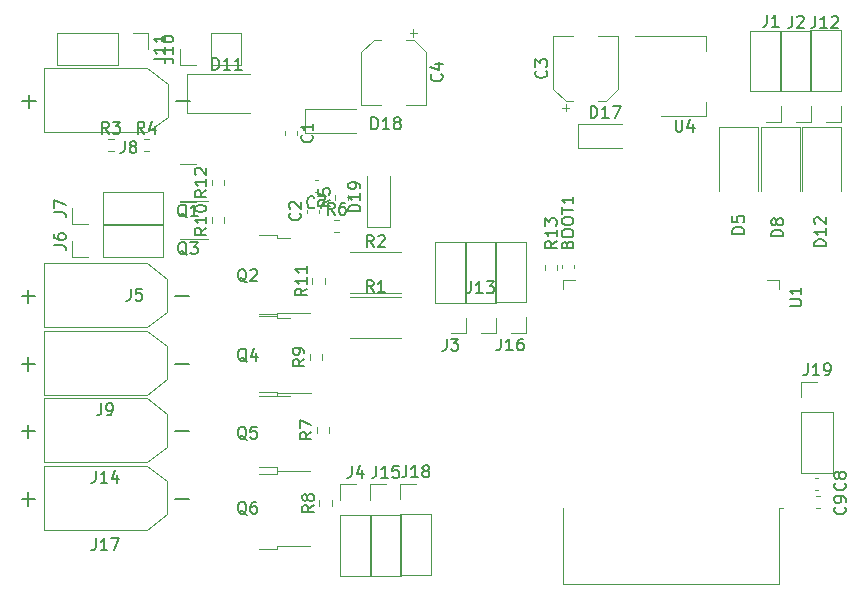
<source format=gbr>
%TF.GenerationSoftware,KiCad,Pcbnew,(6.0.9)*%
%TF.CreationDate,2023-01-31T13:38:18+01:00*%
%TF.ProjectId,jf-ecu32,6a662d65-6375-4333-922e-6b696361645f,rev?*%
%TF.SameCoordinates,Original*%
%TF.FileFunction,Legend,Top*%
%TF.FilePolarity,Positive*%
%FSLAX46Y46*%
G04 Gerber Fmt 4.6, Leading zero omitted, Abs format (unit mm)*
G04 Created by KiCad (PCBNEW (6.0.9)) date 2023-01-31 13:38:18*
%MOMM*%
%LPD*%
G01*
G04 APERTURE LIST*
%ADD10C,0.150000*%
%ADD11C,0.120000*%
G04 APERTURE END LIST*
D10*
%TO.C,D17*%
X61396714Y-158980380D02*
X61396714Y-157980380D01*
X61634809Y-157980380D01*
X61777666Y-158028000D01*
X61872904Y-158123238D01*
X61920523Y-158218476D01*
X61968142Y-158408952D01*
X61968142Y-158551809D01*
X61920523Y-158742285D01*
X61872904Y-158837523D01*
X61777666Y-158932761D01*
X61634809Y-158980380D01*
X61396714Y-158980380D01*
X62920523Y-158980380D02*
X62349095Y-158980380D01*
X62634809Y-158980380D02*
X62634809Y-157980380D01*
X62539571Y-158123238D01*
X62444333Y-158218476D01*
X62349095Y-158266095D01*
X63253857Y-157980380D02*
X63920523Y-157980380D01*
X63491952Y-158980380D01*
%TO.C,C9*%
X82907142Y-191936666D02*
X82954761Y-191984285D01*
X83002380Y-192127142D01*
X83002380Y-192222380D01*
X82954761Y-192365238D01*
X82859523Y-192460476D01*
X82764285Y-192508095D01*
X82573809Y-192555714D01*
X82430952Y-192555714D01*
X82240476Y-192508095D01*
X82145238Y-192460476D01*
X82050000Y-192365238D01*
X82002380Y-192222380D01*
X82002380Y-192127142D01*
X82050000Y-191984285D01*
X82097619Y-191936666D01*
X83002380Y-191460476D02*
X83002380Y-191270000D01*
X82954761Y-191174761D01*
X82907142Y-191127142D01*
X82764285Y-191031904D01*
X82573809Y-190984285D01*
X82192857Y-190984285D01*
X82097619Y-191031904D01*
X82050000Y-191079523D01*
X82002380Y-191174761D01*
X82002380Y-191365238D01*
X82050000Y-191460476D01*
X82097619Y-191508095D01*
X82192857Y-191555714D01*
X82430952Y-191555714D01*
X82526190Y-191508095D01*
X82573809Y-191460476D01*
X82621428Y-191365238D01*
X82621428Y-191174761D01*
X82573809Y-191079523D01*
X82526190Y-191031904D01*
X82430952Y-190984285D01*
%TO.C,C8*%
X82907142Y-189904666D02*
X82954761Y-189952285D01*
X83002380Y-190095142D01*
X83002380Y-190190380D01*
X82954761Y-190333238D01*
X82859523Y-190428476D01*
X82764285Y-190476095D01*
X82573809Y-190523714D01*
X82430952Y-190523714D01*
X82240476Y-190476095D01*
X82145238Y-190428476D01*
X82050000Y-190333238D01*
X82002380Y-190190380D01*
X82002380Y-190095142D01*
X82050000Y-189952285D01*
X82097619Y-189904666D01*
X82430952Y-189333238D02*
X82383333Y-189428476D01*
X82335714Y-189476095D01*
X82240476Y-189523714D01*
X82192857Y-189523714D01*
X82097619Y-189476095D01*
X82050000Y-189428476D01*
X82002380Y-189333238D01*
X82002380Y-189142761D01*
X82050000Y-189047523D01*
X82097619Y-188999904D01*
X82192857Y-188952285D01*
X82240476Y-188952285D01*
X82335714Y-188999904D01*
X82383333Y-189047523D01*
X82430952Y-189142761D01*
X82430952Y-189333238D01*
X82478571Y-189428476D01*
X82526190Y-189476095D01*
X82621428Y-189523714D01*
X82811904Y-189523714D01*
X82907142Y-189476095D01*
X82954761Y-189428476D01*
X83002380Y-189333238D01*
X83002380Y-189142761D01*
X82954761Y-189047523D01*
X82907142Y-188999904D01*
X82811904Y-188952285D01*
X82621428Y-188952285D01*
X82526190Y-188999904D01*
X82478571Y-189047523D01*
X82430952Y-189142761D01*
%TO.C,Q5*%
X32254761Y-186222619D02*
X32159523Y-186175000D01*
X32064285Y-186079761D01*
X31921428Y-185936904D01*
X31826190Y-185889285D01*
X31730952Y-185889285D01*
X31778571Y-186127380D02*
X31683333Y-186079761D01*
X31588095Y-185984523D01*
X31540476Y-185794047D01*
X31540476Y-185460714D01*
X31588095Y-185270238D01*
X31683333Y-185175000D01*
X31778571Y-185127380D01*
X31969047Y-185127380D01*
X32064285Y-185175000D01*
X32159523Y-185270238D01*
X32207142Y-185460714D01*
X32207142Y-185794047D01*
X32159523Y-185984523D01*
X32064285Y-186079761D01*
X31969047Y-186127380D01*
X31778571Y-186127380D01*
X33111904Y-185127380D02*
X32635714Y-185127380D01*
X32588095Y-185603571D01*
X32635714Y-185555952D01*
X32730952Y-185508333D01*
X32969047Y-185508333D01*
X33064285Y-185555952D01*
X33111904Y-185603571D01*
X33159523Y-185698809D01*
X33159523Y-185936904D01*
X33111904Y-186032142D01*
X33064285Y-186079761D01*
X32969047Y-186127380D01*
X32730952Y-186127380D01*
X32635714Y-186079761D01*
X32588095Y-186032142D01*
%TO.C,Q6*%
X32254761Y-192572619D02*
X32159523Y-192525000D01*
X32064285Y-192429761D01*
X31921428Y-192286904D01*
X31826190Y-192239285D01*
X31730952Y-192239285D01*
X31778571Y-192477380D02*
X31683333Y-192429761D01*
X31588095Y-192334523D01*
X31540476Y-192144047D01*
X31540476Y-191810714D01*
X31588095Y-191620238D01*
X31683333Y-191525000D01*
X31778571Y-191477380D01*
X31969047Y-191477380D01*
X32064285Y-191525000D01*
X32159523Y-191620238D01*
X32207142Y-191810714D01*
X32207142Y-192144047D01*
X32159523Y-192334523D01*
X32064285Y-192429761D01*
X31969047Y-192477380D01*
X31778571Y-192477380D01*
X33064285Y-191477380D02*
X32873809Y-191477380D01*
X32778571Y-191525000D01*
X32730952Y-191572619D01*
X32635714Y-191715476D01*
X32588095Y-191905952D01*
X32588095Y-192286904D01*
X32635714Y-192382142D01*
X32683333Y-192429761D01*
X32778571Y-192477380D01*
X32969047Y-192477380D01*
X33064285Y-192429761D01*
X33111904Y-192382142D01*
X33159523Y-192286904D01*
X33159523Y-192048809D01*
X33111904Y-191953571D01*
X33064285Y-191905952D01*
X32969047Y-191858333D01*
X32778571Y-191858333D01*
X32683333Y-191905952D01*
X32635714Y-191953571D01*
X32588095Y-192048809D01*
%TO.C,R4*%
X23608333Y-160312380D02*
X23275000Y-159836190D01*
X23036904Y-160312380D02*
X23036904Y-159312380D01*
X23417857Y-159312380D01*
X23513095Y-159360000D01*
X23560714Y-159407619D01*
X23608333Y-159502857D01*
X23608333Y-159645714D01*
X23560714Y-159740952D01*
X23513095Y-159788571D01*
X23417857Y-159836190D01*
X23036904Y-159836190D01*
X24465476Y-159645714D02*
X24465476Y-160312380D01*
X24227380Y-159264761D02*
X23989285Y-159979047D01*
X24608333Y-159979047D01*
%TO.C,C2*%
X36773142Y-167044666D02*
X36820761Y-167092285D01*
X36868380Y-167235142D01*
X36868380Y-167330380D01*
X36820761Y-167473238D01*
X36725523Y-167568476D01*
X36630285Y-167616095D01*
X36439809Y-167663714D01*
X36296952Y-167663714D01*
X36106476Y-167616095D01*
X36011238Y-167568476D01*
X35916000Y-167473238D01*
X35868380Y-167330380D01*
X35868380Y-167235142D01*
X35916000Y-167092285D01*
X35963619Y-167044666D01*
X35963619Y-166663714D02*
X35916000Y-166616095D01*
X35868380Y-166520857D01*
X35868380Y-166282761D01*
X35916000Y-166187523D01*
X35963619Y-166139904D01*
X36058857Y-166092285D01*
X36154095Y-166092285D01*
X36296952Y-166139904D01*
X36868380Y-166711333D01*
X36868380Y-166092285D01*
%TO.C,BOOT1*%
X59415371Y-169701933D02*
X59462990Y-169559076D01*
X59510609Y-169511457D01*
X59605847Y-169463838D01*
X59748704Y-169463838D01*
X59843942Y-169511457D01*
X59891561Y-169559076D01*
X59939180Y-169654314D01*
X59939180Y-170035266D01*
X58939180Y-170035266D01*
X58939180Y-169701933D01*
X58986800Y-169606695D01*
X59034419Y-169559076D01*
X59129657Y-169511457D01*
X59224895Y-169511457D01*
X59320133Y-169559076D01*
X59367752Y-169606695D01*
X59415371Y-169701933D01*
X59415371Y-170035266D01*
X58939180Y-168844790D02*
X58939180Y-168654314D01*
X58986800Y-168559076D01*
X59082038Y-168463838D01*
X59272514Y-168416219D01*
X59605847Y-168416219D01*
X59796323Y-168463838D01*
X59891561Y-168559076D01*
X59939180Y-168654314D01*
X59939180Y-168844790D01*
X59891561Y-168940028D01*
X59796323Y-169035266D01*
X59605847Y-169082885D01*
X59272514Y-169082885D01*
X59082038Y-169035266D01*
X58986800Y-168940028D01*
X58939180Y-168844790D01*
X58939180Y-167797171D02*
X58939180Y-167606695D01*
X58986800Y-167511457D01*
X59082038Y-167416219D01*
X59272514Y-167368600D01*
X59605847Y-167368600D01*
X59796323Y-167416219D01*
X59891561Y-167511457D01*
X59939180Y-167606695D01*
X59939180Y-167797171D01*
X59891561Y-167892409D01*
X59796323Y-167987647D01*
X59605847Y-168035266D01*
X59272514Y-168035266D01*
X59082038Y-167987647D01*
X58986800Y-167892409D01*
X58939180Y-167797171D01*
X58939180Y-167082885D02*
X58939180Y-166511457D01*
X59939180Y-166797171D02*
X58939180Y-166797171D01*
X59939180Y-165654314D02*
X59939180Y-166225742D01*
X59939180Y-165940028D02*
X58939180Y-165940028D01*
X59082038Y-166035266D01*
X59177276Y-166130504D01*
X59224895Y-166225742D01*
%TO.C,C7*%
X37996533Y-166531542D02*
X37948914Y-166579161D01*
X37806057Y-166626780D01*
X37710819Y-166626780D01*
X37567961Y-166579161D01*
X37472723Y-166483923D01*
X37425104Y-166388685D01*
X37377485Y-166198209D01*
X37377485Y-166055352D01*
X37425104Y-165864876D01*
X37472723Y-165769638D01*
X37567961Y-165674400D01*
X37710819Y-165626780D01*
X37806057Y-165626780D01*
X37948914Y-165674400D01*
X37996533Y-165722019D01*
X38329866Y-165626780D02*
X38996533Y-165626780D01*
X38567961Y-166626780D01*
%TO.C,C4*%
X48761142Y-155274666D02*
X48808761Y-155322285D01*
X48856380Y-155465142D01*
X48856380Y-155560380D01*
X48808761Y-155703238D01*
X48713523Y-155798476D01*
X48618285Y-155846095D01*
X48427809Y-155893714D01*
X48284952Y-155893714D01*
X48094476Y-155846095D01*
X47999238Y-155798476D01*
X47904000Y-155703238D01*
X47856380Y-155560380D01*
X47856380Y-155465142D01*
X47904000Y-155322285D01*
X47951619Y-155274666D01*
X48189714Y-154417523D02*
X48856380Y-154417523D01*
X47808761Y-154655619D02*
X48523047Y-154893714D01*
X48523047Y-154274666D01*
%TO.C,J16*%
X53800476Y-177662380D02*
X53800476Y-178376666D01*
X53752857Y-178519523D01*
X53657619Y-178614761D01*
X53514761Y-178662380D01*
X53419523Y-178662380D01*
X54800476Y-178662380D02*
X54229047Y-178662380D01*
X54514761Y-178662380D02*
X54514761Y-177662380D01*
X54419523Y-177805238D01*
X54324285Y-177900476D01*
X54229047Y-177948095D01*
X55657619Y-177662380D02*
X55467142Y-177662380D01*
X55371904Y-177710000D01*
X55324285Y-177757619D01*
X55229047Y-177900476D01*
X55181428Y-178090952D01*
X55181428Y-178471904D01*
X55229047Y-178567142D01*
X55276666Y-178614761D01*
X55371904Y-178662380D01*
X55562380Y-178662380D01*
X55657619Y-178614761D01*
X55705238Y-178567142D01*
X55752857Y-178471904D01*
X55752857Y-178233809D01*
X55705238Y-178138571D01*
X55657619Y-178090952D01*
X55562380Y-178043333D01*
X55371904Y-178043333D01*
X55276666Y-178090952D01*
X55229047Y-178138571D01*
X55181428Y-178233809D01*
%TO.C,J19*%
X79759276Y-179773780D02*
X79759276Y-180488066D01*
X79711657Y-180630923D01*
X79616419Y-180726161D01*
X79473561Y-180773780D01*
X79378323Y-180773780D01*
X80759276Y-180773780D02*
X80187847Y-180773780D01*
X80473561Y-180773780D02*
X80473561Y-179773780D01*
X80378323Y-179916638D01*
X80283085Y-180011876D01*
X80187847Y-180059495D01*
X81235466Y-180773780D02*
X81425942Y-180773780D01*
X81521180Y-180726161D01*
X81568800Y-180678542D01*
X81664038Y-180535685D01*
X81711657Y-180345209D01*
X81711657Y-179964257D01*
X81664038Y-179869019D01*
X81616419Y-179821400D01*
X81521180Y-179773780D01*
X81330704Y-179773780D01*
X81235466Y-179821400D01*
X81187847Y-179869019D01*
X81140228Y-179964257D01*
X81140228Y-180202352D01*
X81187847Y-180297590D01*
X81235466Y-180345209D01*
X81330704Y-180392828D01*
X81521180Y-180392828D01*
X81616419Y-180345209D01*
X81664038Y-180297590D01*
X81711657Y-180202352D01*
%TO.C,R3*%
X20598333Y-160312380D02*
X20265000Y-159836190D01*
X20026904Y-160312380D02*
X20026904Y-159312380D01*
X20407857Y-159312380D01*
X20503095Y-159360000D01*
X20550714Y-159407619D01*
X20598333Y-159502857D01*
X20598333Y-159645714D01*
X20550714Y-159740952D01*
X20503095Y-159788571D01*
X20407857Y-159836190D01*
X20026904Y-159836190D01*
X20931666Y-159312380D02*
X21550714Y-159312380D01*
X21217380Y-159693333D01*
X21360238Y-159693333D01*
X21455476Y-159740952D01*
X21503095Y-159788571D01*
X21550714Y-159883809D01*
X21550714Y-160121904D01*
X21503095Y-160217142D01*
X21455476Y-160264761D01*
X21360238Y-160312380D01*
X21074523Y-160312380D01*
X20979285Y-160264761D01*
X20931666Y-160217142D01*
%TO.C,R11*%
X37376380Y-173425857D02*
X36900190Y-173759190D01*
X37376380Y-173997285D02*
X36376380Y-173997285D01*
X36376380Y-173616333D01*
X36424000Y-173521095D01*
X36471619Y-173473476D01*
X36566857Y-173425857D01*
X36709714Y-173425857D01*
X36804952Y-173473476D01*
X36852571Y-173521095D01*
X36900190Y-173616333D01*
X36900190Y-173997285D01*
X37376380Y-172473476D02*
X37376380Y-173044904D01*
X37376380Y-172759190D02*
X36376380Y-172759190D01*
X36519238Y-172854428D01*
X36614476Y-172949666D01*
X36662095Y-173044904D01*
X37376380Y-171521095D02*
X37376380Y-172092523D01*
X37376380Y-171806809D02*
X36376380Y-171806809D01*
X36519238Y-171902047D01*
X36614476Y-171997285D01*
X36662095Y-172092523D01*
%TO.C,J18*%
X45774076Y-188409780D02*
X45774076Y-189124066D01*
X45726457Y-189266923D01*
X45631219Y-189362161D01*
X45488361Y-189409780D01*
X45393123Y-189409780D01*
X46774076Y-189409780D02*
X46202647Y-189409780D01*
X46488361Y-189409780D02*
X46488361Y-188409780D01*
X46393123Y-188552638D01*
X46297885Y-188647876D01*
X46202647Y-188695495D01*
X47345504Y-188838352D02*
X47250266Y-188790733D01*
X47202647Y-188743114D01*
X47155028Y-188647876D01*
X47155028Y-188600257D01*
X47202647Y-188505019D01*
X47250266Y-188457400D01*
X47345504Y-188409780D01*
X47535980Y-188409780D01*
X47631219Y-188457400D01*
X47678838Y-188505019D01*
X47726457Y-188600257D01*
X47726457Y-188647876D01*
X47678838Y-188743114D01*
X47631219Y-188790733D01*
X47535980Y-188838352D01*
X47345504Y-188838352D01*
X47250266Y-188885971D01*
X47202647Y-188933590D01*
X47155028Y-189028828D01*
X47155028Y-189219304D01*
X47202647Y-189314542D01*
X47250266Y-189362161D01*
X47345504Y-189409780D01*
X47535980Y-189409780D01*
X47631219Y-189362161D01*
X47678838Y-189314542D01*
X47726457Y-189219304D01*
X47726457Y-189028828D01*
X47678838Y-188933590D01*
X47631219Y-188885971D01*
X47535980Y-188838352D01*
%TO.C,J7*%
X15933380Y-166957333D02*
X16647666Y-166957333D01*
X16790523Y-167004952D01*
X16885761Y-167100190D01*
X16933380Y-167243047D01*
X16933380Y-167338285D01*
X15933380Y-166576380D02*
X15933380Y-165909714D01*
X16933380Y-166338285D01*
%TO.C,D12*%
X81325980Y-169844885D02*
X80325980Y-169844885D01*
X80325980Y-169606790D01*
X80373600Y-169463933D01*
X80468838Y-169368695D01*
X80564076Y-169321076D01*
X80754552Y-169273457D01*
X80897409Y-169273457D01*
X81087885Y-169321076D01*
X81183123Y-169368695D01*
X81278361Y-169463933D01*
X81325980Y-169606790D01*
X81325980Y-169844885D01*
X81325980Y-168321076D02*
X81325980Y-168892504D01*
X81325980Y-168606790D02*
X80325980Y-168606790D01*
X80468838Y-168702028D01*
X80564076Y-168797266D01*
X80611695Y-168892504D01*
X80421219Y-167940123D02*
X80373600Y-167892504D01*
X80325980Y-167797266D01*
X80325980Y-167559171D01*
X80373600Y-167463933D01*
X80421219Y-167416314D01*
X80516457Y-167368695D01*
X80611695Y-167368695D01*
X80754552Y-167416314D01*
X81325980Y-167987742D01*
X81325980Y-167368695D01*
%TO.C,J4*%
X41170266Y-188439780D02*
X41170266Y-189154066D01*
X41122647Y-189296923D01*
X41027409Y-189392161D01*
X40884552Y-189439780D01*
X40789314Y-189439780D01*
X42075028Y-188773114D02*
X42075028Y-189439780D01*
X41836933Y-188392161D02*
X41598838Y-189106447D01*
X42217885Y-189106447D01*
%TO.C,J15*%
X43234076Y-188439780D02*
X43234076Y-189154066D01*
X43186457Y-189296923D01*
X43091219Y-189392161D01*
X42948361Y-189439780D01*
X42853123Y-189439780D01*
X44234076Y-189439780D02*
X43662647Y-189439780D01*
X43948361Y-189439780D02*
X43948361Y-188439780D01*
X43853123Y-188582638D01*
X43757885Y-188677876D01*
X43662647Y-188725495D01*
X45138838Y-188439780D02*
X44662647Y-188439780D01*
X44615028Y-188915971D01*
X44662647Y-188868352D01*
X44757885Y-188820733D01*
X44995980Y-188820733D01*
X45091219Y-188868352D01*
X45138838Y-188915971D01*
X45186457Y-189011209D01*
X45186457Y-189249304D01*
X45138838Y-189344542D01*
X45091219Y-189392161D01*
X44995980Y-189439780D01*
X44757885Y-189439780D01*
X44662647Y-189392161D01*
X44615028Y-189344542D01*
%TO.C,J10*%
X25062380Y-153971523D02*
X25776666Y-153971523D01*
X25919523Y-154019142D01*
X26014761Y-154114380D01*
X26062380Y-154257238D01*
X26062380Y-154352476D01*
X26062380Y-152971523D02*
X26062380Y-153542952D01*
X26062380Y-153257238D02*
X25062380Y-153257238D01*
X25205238Y-153352476D01*
X25300476Y-153447714D01*
X25348095Y-153542952D01*
X25062380Y-152352476D02*
X25062380Y-152257238D01*
X25110000Y-152162000D01*
X25157619Y-152114380D01*
X25252857Y-152066761D01*
X25443333Y-152019142D01*
X25681428Y-152019142D01*
X25871904Y-152066761D01*
X25967142Y-152114380D01*
X26014761Y-152162000D01*
X26062380Y-152257238D01*
X26062380Y-152352476D01*
X26014761Y-152447714D01*
X25967142Y-152495333D01*
X25871904Y-152542952D01*
X25681428Y-152590571D01*
X25443333Y-152590571D01*
X25252857Y-152542952D01*
X25157619Y-152495333D01*
X25110000Y-152447714D01*
X25062380Y-152352476D01*
%TO.C,R7*%
X37757380Y-185586666D02*
X37281190Y-185920000D01*
X37757380Y-186158095D02*
X36757380Y-186158095D01*
X36757380Y-185777142D01*
X36805000Y-185681904D01*
X36852619Y-185634285D01*
X36947857Y-185586666D01*
X37090714Y-185586666D01*
X37185952Y-185634285D01*
X37233571Y-185681904D01*
X37281190Y-185777142D01*
X37281190Y-186158095D01*
X36757380Y-185253333D02*
X36757380Y-184586666D01*
X37757380Y-185015238D01*
%TO.C,R12*%
X28867380Y-165107857D02*
X28391190Y-165441190D01*
X28867380Y-165679285D02*
X27867380Y-165679285D01*
X27867380Y-165298333D01*
X27915000Y-165203095D01*
X27962619Y-165155476D01*
X28057857Y-165107857D01*
X28200714Y-165107857D01*
X28295952Y-165155476D01*
X28343571Y-165203095D01*
X28391190Y-165298333D01*
X28391190Y-165679285D01*
X28867380Y-164155476D02*
X28867380Y-164726904D01*
X28867380Y-164441190D02*
X27867380Y-164441190D01*
X28010238Y-164536428D01*
X28105476Y-164631666D01*
X28153095Y-164726904D01*
X27962619Y-163774523D02*
X27915000Y-163726904D01*
X27867380Y-163631666D01*
X27867380Y-163393571D01*
X27915000Y-163298333D01*
X27962619Y-163250714D01*
X28057857Y-163203095D01*
X28153095Y-163203095D01*
X28295952Y-163250714D01*
X28867380Y-163822142D01*
X28867380Y-163203095D01*
%TO.C,J9*%
X19946666Y-183157380D02*
X19946666Y-183871666D01*
X19899047Y-184014523D01*
X19803809Y-184109761D01*
X19660952Y-184157380D01*
X19565714Y-184157380D01*
X20470476Y-184157380D02*
X20660952Y-184157380D01*
X20756190Y-184109761D01*
X20803809Y-184062142D01*
X20899047Y-183919285D01*
X20946666Y-183728809D01*
X20946666Y-183347857D01*
X20899047Y-183252619D01*
X20851428Y-183205000D01*
X20756190Y-183157380D01*
X20565714Y-183157380D01*
X20470476Y-183205000D01*
X20422857Y-183252619D01*
X20375238Y-183347857D01*
X20375238Y-183585952D01*
X20422857Y-183681190D01*
X20470476Y-183728809D01*
X20565714Y-183776428D01*
X20756190Y-183776428D01*
X20851428Y-183728809D01*
X20899047Y-183681190D01*
X20946666Y-183585952D01*
X13208571Y-179812142D02*
X14351428Y-179812142D01*
X13780000Y-180383571D02*
X13780000Y-179240714D01*
X26208571Y-179812142D02*
X27351428Y-179812142D01*
%TO.C,Q4*%
X32289761Y-179617619D02*
X32194523Y-179570000D01*
X32099285Y-179474761D01*
X31956428Y-179331904D01*
X31861190Y-179284285D01*
X31765952Y-179284285D01*
X31813571Y-179522380D02*
X31718333Y-179474761D01*
X31623095Y-179379523D01*
X31575476Y-179189047D01*
X31575476Y-178855714D01*
X31623095Y-178665238D01*
X31718333Y-178570000D01*
X31813571Y-178522380D01*
X32004047Y-178522380D01*
X32099285Y-178570000D01*
X32194523Y-178665238D01*
X32242142Y-178855714D01*
X32242142Y-179189047D01*
X32194523Y-179379523D01*
X32099285Y-179474761D01*
X32004047Y-179522380D01*
X31813571Y-179522380D01*
X33099285Y-178855714D02*
X33099285Y-179522380D01*
X32861190Y-178474761D02*
X32623095Y-179189047D01*
X33242142Y-179189047D01*
%TO.C,R2*%
X43013333Y-169917380D02*
X42680000Y-169441190D01*
X42441904Y-169917380D02*
X42441904Y-168917380D01*
X42822857Y-168917380D01*
X42918095Y-168965000D01*
X42965714Y-169012619D01*
X43013333Y-169107857D01*
X43013333Y-169250714D01*
X42965714Y-169345952D01*
X42918095Y-169393571D01*
X42822857Y-169441190D01*
X42441904Y-169441190D01*
X43394285Y-169012619D02*
X43441904Y-168965000D01*
X43537142Y-168917380D01*
X43775238Y-168917380D01*
X43870476Y-168965000D01*
X43918095Y-169012619D01*
X43965714Y-169107857D01*
X43965714Y-169203095D01*
X43918095Y-169345952D01*
X43346666Y-169917380D01*
X43965714Y-169917380D01*
%TO.C,D11*%
X29373914Y-154898980D02*
X29373914Y-153898980D01*
X29612009Y-153898980D01*
X29754866Y-153946600D01*
X29850104Y-154041838D01*
X29897723Y-154137076D01*
X29945342Y-154327552D01*
X29945342Y-154470409D01*
X29897723Y-154660885D01*
X29850104Y-154756123D01*
X29754866Y-154851361D01*
X29612009Y-154898980D01*
X29373914Y-154898980D01*
X30897723Y-154898980D02*
X30326295Y-154898980D01*
X30612009Y-154898980D02*
X30612009Y-153898980D01*
X30516771Y-154041838D01*
X30421533Y-154137076D01*
X30326295Y-154184695D01*
X31850104Y-154898980D02*
X31278676Y-154898980D01*
X31564390Y-154898980D02*
X31564390Y-153898980D01*
X31469152Y-154041838D01*
X31373914Y-154137076D01*
X31278676Y-154184695D01*
%TO.C,J6*%
X15933380Y-169751333D02*
X16647666Y-169751333D01*
X16790523Y-169798952D01*
X16885761Y-169894190D01*
X16933380Y-170037047D01*
X16933380Y-170132285D01*
X15933380Y-168846571D02*
X15933380Y-169037047D01*
X15981000Y-169132285D01*
X16028619Y-169179904D01*
X16171476Y-169275142D01*
X16361952Y-169322761D01*
X16742904Y-169322761D01*
X16838142Y-169275142D01*
X16885761Y-169227523D01*
X16933380Y-169132285D01*
X16933380Y-168941809D01*
X16885761Y-168846571D01*
X16838142Y-168798952D01*
X16742904Y-168751333D01*
X16504809Y-168751333D01*
X16409571Y-168798952D01*
X16361952Y-168846571D01*
X16314333Y-168941809D01*
X16314333Y-169132285D01*
X16361952Y-169227523D01*
X16409571Y-169275142D01*
X16504809Y-169322761D01*
%TO.C,D18*%
X42829314Y-159938980D02*
X42829314Y-158938980D01*
X43067409Y-158938980D01*
X43210266Y-158986600D01*
X43305504Y-159081838D01*
X43353123Y-159177076D01*
X43400742Y-159367552D01*
X43400742Y-159510409D01*
X43353123Y-159700885D01*
X43305504Y-159796123D01*
X43210266Y-159891361D01*
X43067409Y-159938980D01*
X42829314Y-159938980D01*
X44353123Y-159938980D02*
X43781695Y-159938980D01*
X44067409Y-159938980D02*
X44067409Y-158938980D01*
X43972171Y-159081838D01*
X43876933Y-159177076D01*
X43781695Y-159224695D01*
X44924552Y-159367552D02*
X44829314Y-159319933D01*
X44781695Y-159272314D01*
X44734076Y-159177076D01*
X44734076Y-159129457D01*
X44781695Y-159034219D01*
X44829314Y-158986600D01*
X44924552Y-158938980D01*
X45115028Y-158938980D01*
X45210266Y-158986600D01*
X45257885Y-159034219D01*
X45305504Y-159129457D01*
X45305504Y-159177076D01*
X45257885Y-159272314D01*
X45210266Y-159319933D01*
X45115028Y-159367552D01*
X44924552Y-159367552D01*
X44829314Y-159415171D01*
X44781695Y-159462790D01*
X44734076Y-159558028D01*
X44734076Y-159748504D01*
X44781695Y-159843742D01*
X44829314Y-159891361D01*
X44924552Y-159938980D01*
X45115028Y-159938980D01*
X45210266Y-159891361D01*
X45257885Y-159843742D01*
X45305504Y-159748504D01*
X45305504Y-159558028D01*
X45257885Y-159462790D01*
X45210266Y-159415171D01*
X45115028Y-159367552D01*
%TO.C,J3*%
X49196666Y-177677380D02*
X49196666Y-178391666D01*
X49149047Y-178534523D01*
X49053809Y-178629761D01*
X48910952Y-178677380D01*
X48815714Y-178677380D01*
X49577619Y-177677380D02*
X50196666Y-177677380D01*
X49863333Y-178058333D01*
X50006190Y-178058333D01*
X50101428Y-178105952D01*
X50149047Y-178153571D01*
X50196666Y-178248809D01*
X50196666Y-178486904D01*
X50149047Y-178582142D01*
X50101428Y-178629761D01*
X50006190Y-178677380D01*
X49720476Y-178677380D01*
X49625238Y-178629761D01*
X49577619Y-178582142D01*
%TO.C,Q2*%
X32254761Y-172887619D02*
X32159523Y-172840000D01*
X32064285Y-172744761D01*
X31921428Y-172601904D01*
X31826190Y-172554285D01*
X31730952Y-172554285D01*
X31778571Y-172792380D02*
X31683333Y-172744761D01*
X31588095Y-172649523D01*
X31540476Y-172459047D01*
X31540476Y-172125714D01*
X31588095Y-171935238D01*
X31683333Y-171840000D01*
X31778571Y-171792380D01*
X31969047Y-171792380D01*
X32064285Y-171840000D01*
X32159523Y-171935238D01*
X32207142Y-172125714D01*
X32207142Y-172459047D01*
X32159523Y-172649523D01*
X32064285Y-172744761D01*
X31969047Y-172792380D01*
X31778571Y-172792380D01*
X32588095Y-171887619D02*
X32635714Y-171840000D01*
X32730952Y-171792380D01*
X32969047Y-171792380D01*
X33064285Y-171840000D01*
X33111904Y-171887619D01*
X33159523Y-171982857D01*
X33159523Y-172078095D01*
X33111904Y-172220952D01*
X32540476Y-172792380D01*
X33159523Y-172792380D01*
%TO.C,J8*%
X21936666Y-160932380D02*
X21936666Y-161646666D01*
X21889047Y-161789523D01*
X21793809Y-161884761D01*
X21650952Y-161932380D01*
X21555714Y-161932380D01*
X22555714Y-161360952D02*
X22460476Y-161313333D01*
X22412857Y-161265714D01*
X22365238Y-161170476D01*
X22365238Y-161122857D01*
X22412857Y-161027619D01*
X22460476Y-160980000D01*
X22555714Y-160932380D01*
X22746190Y-160932380D01*
X22841428Y-160980000D01*
X22889047Y-161027619D01*
X22936666Y-161122857D01*
X22936666Y-161170476D01*
X22889047Y-161265714D01*
X22841428Y-161313333D01*
X22746190Y-161360952D01*
X22555714Y-161360952D01*
X22460476Y-161408571D01*
X22412857Y-161456190D01*
X22365238Y-161551428D01*
X22365238Y-161741904D01*
X22412857Y-161837142D01*
X22460476Y-161884761D01*
X22555714Y-161932380D01*
X22746190Y-161932380D01*
X22841428Y-161884761D01*
X22889047Y-161837142D01*
X22936666Y-161741904D01*
X22936666Y-161551428D01*
X22889047Y-161456190D01*
X22841428Y-161408571D01*
X22746190Y-161360952D01*
X13288571Y-157587142D02*
X14431428Y-157587142D01*
X13860000Y-158158571D02*
X13860000Y-157015714D01*
X26288571Y-157587142D02*
X27431428Y-157587142D01*
%TO.C,R10*%
X28867380Y-168282857D02*
X28391190Y-168616190D01*
X28867380Y-168854285D02*
X27867380Y-168854285D01*
X27867380Y-168473333D01*
X27915000Y-168378095D01*
X27962619Y-168330476D01*
X28057857Y-168282857D01*
X28200714Y-168282857D01*
X28295952Y-168330476D01*
X28343571Y-168378095D01*
X28391190Y-168473333D01*
X28391190Y-168854285D01*
X28867380Y-167330476D02*
X28867380Y-167901904D01*
X28867380Y-167616190D02*
X27867380Y-167616190D01*
X28010238Y-167711428D01*
X28105476Y-167806666D01*
X28153095Y-167901904D01*
X27867380Y-166711428D02*
X27867380Y-166616190D01*
X27915000Y-166520952D01*
X27962619Y-166473333D01*
X28057857Y-166425714D01*
X28248333Y-166378095D01*
X28486428Y-166378095D01*
X28676904Y-166425714D01*
X28772142Y-166473333D01*
X28819761Y-166520952D01*
X28867380Y-166616190D01*
X28867380Y-166711428D01*
X28819761Y-166806666D01*
X28772142Y-166854285D01*
X28676904Y-166901904D01*
X28486428Y-166949523D01*
X28248333Y-166949523D01*
X28057857Y-166901904D01*
X27962619Y-166854285D01*
X27915000Y-166806666D01*
X27867380Y-166711428D01*
%TO.C,D19*%
X41886380Y-166898485D02*
X40886380Y-166898485D01*
X40886380Y-166660390D01*
X40934000Y-166517533D01*
X41029238Y-166422295D01*
X41124476Y-166374676D01*
X41314952Y-166327057D01*
X41457809Y-166327057D01*
X41648285Y-166374676D01*
X41743523Y-166422295D01*
X41838761Y-166517533D01*
X41886380Y-166660390D01*
X41886380Y-166898485D01*
X41886380Y-165374676D02*
X41886380Y-165946104D01*
X41886380Y-165660390D02*
X40886380Y-165660390D01*
X41029238Y-165755628D01*
X41124476Y-165850866D01*
X41172095Y-165946104D01*
X41886380Y-164898485D02*
X41886380Y-164708009D01*
X41838761Y-164612771D01*
X41791142Y-164565152D01*
X41648285Y-164469914D01*
X41457809Y-164422295D01*
X41076857Y-164422295D01*
X40981619Y-164469914D01*
X40934000Y-164517533D01*
X40886380Y-164612771D01*
X40886380Y-164803247D01*
X40934000Y-164898485D01*
X40981619Y-164946104D01*
X41076857Y-164993723D01*
X41314952Y-164993723D01*
X41410190Y-164946104D01*
X41457809Y-164898485D01*
X41505428Y-164803247D01*
X41505428Y-164612771D01*
X41457809Y-164517533D01*
X41410190Y-164469914D01*
X41314952Y-164422295D01*
%TO.C,R1*%
X43013333Y-173727380D02*
X42680000Y-173251190D01*
X42441904Y-173727380D02*
X42441904Y-172727380D01*
X42822857Y-172727380D01*
X42918095Y-172775000D01*
X42965714Y-172822619D01*
X43013333Y-172917857D01*
X43013333Y-173060714D01*
X42965714Y-173155952D01*
X42918095Y-173203571D01*
X42822857Y-173251190D01*
X42441904Y-173251190D01*
X43965714Y-173727380D02*
X43394285Y-173727380D01*
X43680000Y-173727380D02*
X43680000Y-172727380D01*
X43584761Y-172870238D01*
X43489523Y-172965476D01*
X43394285Y-173013095D01*
%TO.C,R6*%
X39711333Y-167170380D02*
X39378000Y-166694190D01*
X39139904Y-167170380D02*
X39139904Y-166170380D01*
X39520857Y-166170380D01*
X39616095Y-166218000D01*
X39663714Y-166265619D01*
X39711333Y-166360857D01*
X39711333Y-166503714D01*
X39663714Y-166598952D01*
X39616095Y-166646571D01*
X39520857Y-166694190D01*
X39139904Y-166694190D01*
X40568476Y-166170380D02*
X40378000Y-166170380D01*
X40282761Y-166218000D01*
X40235142Y-166265619D01*
X40139904Y-166408476D01*
X40092285Y-166598952D01*
X40092285Y-166979904D01*
X40139904Y-167075142D01*
X40187523Y-167122761D01*
X40282761Y-167170380D01*
X40473238Y-167170380D01*
X40568476Y-167122761D01*
X40616095Y-167075142D01*
X40663714Y-166979904D01*
X40663714Y-166741809D01*
X40616095Y-166646571D01*
X40568476Y-166598952D01*
X40473238Y-166551333D01*
X40282761Y-166551333D01*
X40187523Y-166598952D01*
X40139904Y-166646571D01*
X40092285Y-166741809D01*
%TO.C,U1*%
X78240980Y-174917504D02*
X79050504Y-174917504D01*
X79145742Y-174869885D01*
X79193361Y-174822266D01*
X79240980Y-174727028D01*
X79240980Y-174536552D01*
X79193361Y-174441314D01*
X79145742Y-174393695D01*
X79050504Y-174346076D01*
X78240980Y-174346076D01*
X79240980Y-173346076D02*
X79240980Y-173917504D01*
X79240980Y-173631790D02*
X78240980Y-173631790D01*
X78383838Y-173727028D01*
X78479076Y-173822266D01*
X78526695Y-173917504D01*
%TO.C,Q1*%
X27209761Y-167412619D02*
X27114523Y-167365000D01*
X27019285Y-167269761D01*
X26876428Y-167126904D01*
X26781190Y-167079285D01*
X26685952Y-167079285D01*
X26733571Y-167317380D02*
X26638333Y-167269761D01*
X26543095Y-167174523D01*
X26495476Y-166984047D01*
X26495476Y-166650714D01*
X26543095Y-166460238D01*
X26638333Y-166365000D01*
X26733571Y-166317380D01*
X26924047Y-166317380D01*
X27019285Y-166365000D01*
X27114523Y-166460238D01*
X27162142Y-166650714D01*
X27162142Y-166984047D01*
X27114523Y-167174523D01*
X27019285Y-167269761D01*
X26924047Y-167317380D01*
X26733571Y-167317380D01*
X28114523Y-167317380D02*
X27543095Y-167317380D01*
X27828809Y-167317380D02*
X27828809Y-166317380D01*
X27733571Y-166460238D01*
X27638333Y-166555476D01*
X27543095Y-166603095D01*
%TO.C,U4*%
X68580095Y-159142180D02*
X68580095Y-159951704D01*
X68627714Y-160046942D01*
X68675333Y-160094561D01*
X68770571Y-160142180D01*
X68961047Y-160142180D01*
X69056285Y-160094561D01*
X69103904Y-160046942D01*
X69151523Y-159951704D01*
X69151523Y-159142180D01*
X70056285Y-159475514D02*
X70056285Y-160142180D01*
X69818190Y-159094561D02*
X69580095Y-159808847D01*
X70199142Y-159808847D01*
%TO.C,J1*%
X76323866Y-150252180D02*
X76323866Y-150966466D01*
X76276247Y-151109323D01*
X76181009Y-151204561D01*
X76038152Y-151252180D01*
X75942914Y-151252180D01*
X77323866Y-151252180D02*
X76752438Y-151252180D01*
X77038152Y-151252180D02*
X77038152Y-150252180D01*
X76942914Y-150395038D01*
X76847676Y-150490276D01*
X76752438Y-150537895D01*
%TO.C,J17*%
X19470476Y-194587380D02*
X19470476Y-195301666D01*
X19422857Y-195444523D01*
X19327619Y-195539761D01*
X19184761Y-195587380D01*
X19089523Y-195587380D01*
X20470476Y-195587380D02*
X19899047Y-195587380D01*
X20184761Y-195587380D02*
X20184761Y-194587380D01*
X20089523Y-194730238D01*
X19994285Y-194825476D01*
X19899047Y-194873095D01*
X20803809Y-194587380D02*
X21470476Y-194587380D01*
X21041904Y-195587380D01*
X13208571Y-191242142D02*
X14351428Y-191242142D01*
X13780000Y-191813571D02*
X13780000Y-190670714D01*
X26208571Y-191242142D02*
X27351428Y-191242142D01*
%TO.C,R8*%
X37979880Y-191771666D02*
X37503690Y-192105000D01*
X37979880Y-192343095D02*
X36979880Y-192343095D01*
X36979880Y-191962142D01*
X37027500Y-191866904D01*
X37075119Y-191819285D01*
X37170357Y-191771666D01*
X37313214Y-191771666D01*
X37408452Y-191819285D01*
X37456071Y-191866904D01*
X37503690Y-191962142D01*
X37503690Y-192343095D01*
X37408452Y-191200238D02*
X37360833Y-191295476D01*
X37313214Y-191343095D01*
X37217976Y-191390714D01*
X37170357Y-191390714D01*
X37075119Y-191343095D01*
X37027500Y-191295476D01*
X36979880Y-191200238D01*
X36979880Y-191009761D01*
X37027500Y-190914523D01*
X37075119Y-190866904D01*
X37170357Y-190819285D01*
X37217976Y-190819285D01*
X37313214Y-190866904D01*
X37360833Y-190914523D01*
X37408452Y-191009761D01*
X37408452Y-191200238D01*
X37456071Y-191295476D01*
X37503690Y-191343095D01*
X37598928Y-191390714D01*
X37789404Y-191390714D01*
X37884642Y-191343095D01*
X37932261Y-191295476D01*
X37979880Y-191200238D01*
X37979880Y-191009761D01*
X37932261Y-190914523D01*
X37884642Y-190866904D01*
X37789404Y-190819285D01*
X37598928Y-190819285D01*
X37503690Y-190866904D01*
X37456071Y-190914523D01*
X37408452Y-191009761D01*
%TO.C,C1*%
X37778942Y-160415266D02*
X37826561Y-160462885D01*
X37874180Y-160605742D01*
X37874180Y-160700980D01*
X37826561Y-160843838D01*
X37731323Y-160939076D01*
X37636085Y-160986695D01*
X37445609Y-161034314D01*
X37302752Y-161034314D01*
X37112276Y-160986695D01*
X37017038Y-160939076D01*
X36921800Y-160843838D01*
X36874180Y-160700980D01*
X36874180Y-160605742D01*
X36921800Y-160462885D01*
X36969419Y-160415266D01*
X37874180Y-159462885D02*
X37874180Y-160034314D01*
X37874180Y-159748600D02*
X36874180Y-159748600D01*
X37017038Y-159843838D01*
X37112276Y-159939076D01*
X37159895Y-160034314D01*
%TO.C,J5*%
X22446666Y-173442380D02*
X22446666Y-174156666D01*
X22399047Y-174299523D01*
X22303809Y-174394761D01*
X22160952Y-174442380D01*
X22065714Y-174442380D01*
X23399047Y-173442380D02*
X22922857Y-173442380D01*
X22875238Y-173918571D01*
X22922857Y-173870952D01*
X23018095Y-173823333D01*
X23256190Y-173823333D01*
X23351428Y-173870952D01*
X23399047Y-173918571D01*
X23446666Y-174013809D01*
X23446666Y-174251904D01*
X23399047Y-174347142D01*
X23351428Y-174394761D01*
X23256190Y-174442380D01*
X23018095Y-174442380D01*
X22922857Y-174394761D01*
X22875238Y-174347142D01*
X26208571Y-174097142D02*
X27351428Y-174097142D01*
X13208571Y-174097142D02*
X14351428Y-174097142D01*
X13780000Y-174668571D02*
X13780000Y-173525714D01*
%TO.C,J12*%
X80419676Y-150353780D02*
X80419676Y-151068066D01*
X80372057Y-151210923D01*
X80276819Y-151306161D01*
X80133961Y-151353780D01*
X80038723Y-151353780D01*
X81419676Y-151353780D02*
X80848247Y-151353780D01*
X81133961Y-151353780D02*
X81133961Y-150353780D01*
X81038723Y-150496638D01*
X80943485Y-150591876D01*
X80848247Y-150639495D01*
X81800628Y-150449019D02*
X81848247Y-150401400D01*
X81943485Y-150353780D01*
X82181580Y-150353780D01*
X82276819Y-150401400D01*
X82324438Y-150449019D01*
X82372057Y-150544257D01*
X82372057Y-150639495D01*
X82324438Y-150782352D01*
X81753009Y-151353780D01*
X82372057Y-151353780D01*
%TO.C,J13*%
X51260476Y-172822380D02*
X51260476Y-173536666D01*
X51212857Y-173679523D01*
X51117619Y-173774761D01*
X50974761Y-173822380D01*
X50879523Y-173822380D01*
X52260476Y-173822380D02*
X51689047Y-173822380D01*
X51974761Y-173822380D02*
X51974761Y-172822380D01*
X51879523Y-172965238D01*
X51784285Y-173060476D01*
X51689047Y-173108095D01*
X52593809Y-172822380D02*
X53212857Y-172822380D01*
X52879523Y-173203333D01*
X53022380Y-173203333D01*
X53117619Y-173250952D01*
X53165238Y-173298571D01*
X53212857Y-173393809D01*
X53212857Y-173631904D01*
X53165238Y-173727142D01*
X53117619Y-173774761D01*
X53022380Y-173822380D01*
X52736666Y-173822380D01*
X52641428Y-173774761D01*
X52593809Y-173727142D01*
%TO.C,R13*%
X58516780Y-169400457D02*
X58040590Y-169733790D01*
X58516780Y-169971885D02*
X57516780Y-169971885D01*
X57516780Y-169590933D01*
X57564400Y-169495695D01*
X57612019Y-169448076D01*
X57707257Y-169400457D01*
X57850114Y-169400457D01*
X57945352Y-169448076D01*
X57992971Y-169495695D01*
X58040590Y-169590933D01*
X58040590Y-169971885D01*
X58516780Y-168448076D02*
X58516780Y-169019504D01*
X58516780Y-168733790D02*
X57516780Y-168733790D01*
X57659638Y-168829028D01*
X57754876Y-168924266D01*
X57802495Y-169019504D01*
X57516780Y-168114742D02*
X57516780Y-167495695D01*
X57897733Y-167829028D01*
X57897733Y-167686171D01*
X57945352Y-167590933D01*
X57992971Y-167543314D01*
X58088209Y-167495695D01*
X58326304Y-167495695D01*
X58421542Y-167543314D01*
X58469161Y-167590933D01*
X58516780Y-167686171D01*
X58516780Y-167971885D01*
X58469161Y-168067123D01*
X58421542Y-168114742D01*
%TO.C,R9*%
X37154880Y-179401666D02*
X36678690Y-179735000D01*
X37154880Y-179973095D02*
X36154880Y-179973095D01*
X36154880Y-179592142D01*
X36202500Y-179496904D01*
X36250119Y-179449285D01*
X36345357Y-179401666D01*
X36488214Y-179401666D01*
X36583452Y-179449285D01*
X36631071Y-179496904D01*
X36678690Y-179592142D01*
X36678690Y-179973095D01*
X37154880Y-178925476D02*
X37154880Y-178735000D01*
X37107261Y-178639761D01*
X37059642Y-178592142D01*
X36916785Y-178496904D01*
X36726309Y-178449285D01*
X36345357Y-178449285D01*
X36250119Y-178496904D01*
X36202500Y-178544523D01*
X36154880Y-178639761D01*
X36154880Y-178830238D01*
X36202500Y-178925476D01*
X36250119Y-178973095D01*
X36345357Y-179020714D01*
X36583452Y-179020714D01*
X36678690Y-178973095D01*
X36726309Y-178925476D01*
X36773928Y-178830238D01*
X36773928Y-178639761D01*
X36726309Y-178544523D01*
X36678690Y-178496904D01*
X36583452Y-178449285D01*
%TO.C,R5*%
X39327380Y-165894366D02*
X38851190Y-166227700D01*
X39327380Y-166465795D02*
X38327380Y-166465795D01*
X38327380Y-166084842D01*
X38375000Y-165989604D01*
X38422619Y-165941985D01*
X38517857Y-165894366D01*
X38660714Y-165894366D01*
X38755952Y-165941985D01*
X38803571Y-165989604D01*
X38851190Y-166084842D01*
X38851190Y-166465795D01*
X38327380Y-164989604D02*
X38327380Y-165465795D01*
X38803571Y-165513414D01*
X38755952Y-165465795D01*
X38708333Y-165370557D01*
X38708333Y-165132461D01*
X38755952Y-165037223D01*
X38803571Y-164989604D01*
X38898809Y-164941985D01*
X39136904Y-164941985D01*
X39232142Y-164989604D01*
X39279761Y-165037223D01*
X39327380Y-165132461D01*
X39327380Y-165370557D01*
X39279761Y-165465795D01*
X39232142Y-165513414D01*
%TO.C,J2*%
X78457466Y-150328380D02*
X78457466Y-151042666D01*
X78409847Y-151185523D01*
X78314609Y-151280761D01*
X78171752Y-151328380D01*
X78076514Y-151328380D01*
X78886038Y-150423619D02*
X78933657Y-150376000D01*
X79028895Y-150328380D01*
X79266990Y-150328380D01*
X79362228Y-150376000D01*
X79409847Y-150423619D01*
X79457466Y-150518857D01*
X79457466Y-150614095D01*
X79409847Y-150756952D01*
X78838419Y-151328380D01*
X79457466Y-151328380D01*
%TO.C,J11*%
X24388380Y-153971523D02*
X25102666Y-153971523D01*
X25245523Y-154019142D01*
X25340761Y-154114380D01*
X25388380Y-154257238D01*
X25388380Y-154352476D01*
X25388380Y-152971523D02*
X25388380Y-153542952D01*
X25388380Y-153257238D02*
X24388380Y-153257238D01*
X24531238Y-153352476D01*
X24626476Y-153447714D01*
X24674095Y-153542952D01*
X25388380Y-152019142D02*
X25388380Y-152590571D01*
X25388380Y-152304857D02*
X24388380Y-152304857D01*
X24531238Y-152400095D01*
X24626476Y-152495333D01*
X24674095Y-152590571D01*
%TO.C,D5*%
X74391780Y-168784495D02*
X73391780Y-168784495D01*
X73391780Y-168546400D01*
X73439400Y-168403542D01*
X73534638Y-168308304D01*
X73629876Y-168260685D01*
X73820352Y-168213066D01*
X73963209Y-168213066D01*
X74153685Y-168260685D01*
X74248923Y-168308304D01*
X74344161Y-168403542D01*
X74391780Y-168546400D01*
X74391780Y-168784495D01*
X73391780Y-167308304D02*
X73391780Y-167784495D01*
X73867971Y-167832114D01*
X73820352Y-167784495D01*
X73772733Y-167689257D01*
X73772733Y-167451161D01*
X73820352Y-167355923D01*
X73867971Y-167308304D01*
X73963209Y-167260685D01*
X74201304Y-167260685D01*
X74296542Y-167308304D01*
X74344161Y-167355923D01*
X74391780Y-167451161D01*
X74391780Y-167689257D01*
X74344161Y-167784495D01*
X74296542Y-167832114D01*
%TO.C,C3*%
X57617142Y-154979666D02*
X57664761Y-155027285D01*
X57712380Y-155170142D01*
X57712380Y-155265380D01*
X57664761Y-155408238D01*
X57569523Y-155503476D01*
X57474285Y-155551095D01*
X57283809Y-155598714D01*
X57140952Y-155598714D01*
X56950476Y-155551095D01*
X56855238Y-155503476D01*
X56760000Y-155408238D01*
X56712380Y-155265380D01*
X56712380Y-155170142D01*
X56760000Y-155027285D01*
X56807619Y-154979666D01*
X56712380Y-154646333D02*
X56712380Y-154027285D01*
X57093333Y-154360619D01*
X57093333Y-154217761D01*
X57140952Y-154122523D01*
X57188571Y-154074904D01*
X57283809Y-154027285D01*
X57521904Y-154027285D01*
X57617142Y-154074904D01*
X57664761Y-154122523D01*
X57712380Y-154217761D01*
X57712380Y-154503476D01*
X57664761Y-154598714D01*
X57617142Y-154646333D01*
%TO.C,Q3*%
X27209761Y-170587619D02*
X27114523Y-170540000D01*
X27019285Y-170444761D01*
X26876428Y-170301904D01*
X26781190Y-170254285D01*
X26685952Y-170254285D01*
X26733571Y-170492380D02*
X26638333Y-170444761D01*
X26543095Y-170349523D01*
X26495476Y-170159047D01*
X26495476Y-169825714D01*
X26543095Y-169635238D01*
X26638333Y-169540000D01*
X26733571Y-169492380D01*
X26924047Y-169492380D01*
X27019285Y-169540000D01*
X27114523Y-169635238D01*
X27162142Y-169825714D01*
X27162142Y-170159047D01*
X27114523Y-170349523D01*
X27019285Y-170444761D01*
X26924047Y-170492380D01*
X26733571Y-170492380D01*
X27495476Y-169492380D02*
X28114523Y-169492380D01*
X27781190Y-169873333D01*
X27924047Y-169873333D01*
X28019285Y-169920952D01*
X28066904Y-169968571D01*
X28114523Y-170063809D01*
X28114523Y-170301904D01*
X28066904Y-170397142D01*
X28019285Y-170444761D01*
X27924047Y-170492380D01*
X27638333Y-170492380D01*
X27543095Y-170444761D01*
X27495476Y-170397142D01*
%TO.C,J14*%
X19470476Y-188872380D02*
X19470476Y-189586666D01*
X19422857Y-189729523D01*
X19327619Y-189824761D01*
X19184761Y-189872380D01*
X19089523Y-189872380D01*
X20470476Y-189872380D02*
X19899047Y-189872380D01*
X20184761Y-189872380D02*
X20184761Y-188872380D01*
X20089523Y-189015238D01*
X19994285Y-189110476D01*
X19899047Y-189158095D01*
X21327619Y-189205714D02*
X21327619Y-189872380D01*
X21089523Y-188824761D02*
X20851428Y-189539047D01*
X21470476Y-189539047D01*
X26208571Y-185527142D02*
X27351428Y-185527142D01*
X13208571Y-185527142D02*
X14351428Y-185527142D01*
X13780000Y-186098571D02*
X13780000Y-184955714D01*
%TO.C,D8*%
X77693780Y-169013095D02*
X76693780Y-169013095D01*
X76693780Y-168775000D01*
X76741400Y-168632142D01*
X76836638Y-168536904D01*
X76931876Y-168489285D01*
X77122352Y-168441666D01*
X77265209Y-168441666D01*
X77455685Y-168489285D01*
X77550923Y-168536904D01*
X77646161Y-168632142D01*
X77693780Y-168775000D01*
X77693780Y-169013095D01*
X77122352Y-167870238D02*
X77074733Y-167965476D01*
X77027114Y-168013095D01*
X76931876Y-168060714D01*
X76884257Y-168060714D01*
X76789019Y-168013095D01*
X76741400Y-167965476D01*
X76693780Y-167870238D01*
X76693780Y-167679761D01*
X76741400Y-167584523D01*
X76789019Y-167536904D01*
X76884257Y-167489285D01*
X76931876Y-167489285D01*
X77027114Y-167536904D01*
X77074733Y-167584523D01*
X77122352Y-167679761D01*
X77122352Y-167870238D01*
X77169971Y-167965476D01*
X77217590Y-168013095D01*
X77312828Y-168060714D01*
X77503304Y-168060714D01*
X77598542Y-168013095D01*
X77646161Y-167965476D01*
X77693780Y-167870238D01*
X77693780Y-167679761D01*
X77646161Y-167584523D01*
X77598542Y-167536904D01*
X77503304Y-167489285D01*
X77312828Y-167489285D01*
X77217590Y-167536904D01*
X77169971Y-167584523D01*
X77122352Y-167679761D01*
D11*
%TO.C,D17*%
X60331000Y-159518000D02*
X60331000Y-161538000D01*
X60331000Y-159518000D02*
X64011000Y-159518000D01*
X60331000Y-161538000D02*
X64011000Y-161538000D01*
%TO.C,C9*%
X80504420Y-192026000D02*
X80785580Y-192026000D01*
X80504420Y-191006000D02*
X80785580Y-191006000D01*
%TO.C,C8*%
X80390420Y-190502000D02*
X80671580Y-190502000D01*
X80390420Y-189482000D02*
X80671580Y-189482000D01*
%TO.C,Q5*%
X33320000Y-182225000D02*
X34820000Y-182225000D01*
X34820000Y-188855000D02*
X37650000Y-188855000D01*
X33320000Y-189125000D02*
X34820000Y-189125000D01*
X34820000Y-182225000D02*
X34820000Y-182495000D01*
X34820000Y-182495000D02*
X35920000Y-182495000D01*
X34820000Y-189125000D02*
X34820000Y-188855000D01*
%TO.C,Q6*%
X33320000Y-195475000D02*
X34820000Y-195475000D01*
X34820000Y-195475000D02*
X34820000Y-195205000D01*
X34820000Y-188845000D02*
X35920000Y-188845000D01*
X34820000Y-188575000D02*
X34820000Y-188845000D01*
X34820000Y-195205000D02*
X37650000Y-195205000D01*
X33320000Y-188575000D02*
X34820000Y-188575000D01*
%TO.C,R4*%
X23537742Y-160767500D02*
X24012258Y-160767500D01*
X23537742Y-161812500D02*
X24012258Y-161812500D01*
%TO.C,C2*%
X38356000Y-167018580D02*
X38356000Y-166737420D01*
X37336000Y-167018580D02*
X37336000Y-166737420D01*
%TO.C,BOOT1*%
X59971400Y-171730580D02*
X59971400Y-171449420D01*
X58951400Y-171730580D02*
X58951400Y-171449420D01*
%TO.C,C7*%
X38303780Y-165254400D02*
X38022620Y-165254400D01*
X38303780Y-164234400D02*
X38022620Y-164234400D01*
%TO.C,C4*%
X46701500Y-151795500D02*
X46076500Y-151795500D01*
X47464000Y-157868000D02*
X45764000Y-157868000D01*
X43008437Y-152348000D02*
X41944000Y-153412437D01*
X46399563Y-152348000D02*
X47464000Y-153412437D01*
X47464000Y-153412437D02*
X47464000Y-157868000D01*
X46399563Y-152348000D02*
X45764000Y-152348000D01*
X46389000Y-151483000D02*
X46389000Y-152108000D01*
X41944000Y-157868000D02*
X43644000Y-157868000D01*
X41944000Y-153412437D02*
X41944000Y-157868000D01*
X43008437Y-152348000D02*
X43644000Y-152348000D01*
%TO.C,J16*%
X55940000Y-169470000D02*
X53280000Y-169470000D01*
X55940000Y-174610000D02*
X53280000Y-174610000D01*
X55940000Y-175880000D02*
X55940000Y-177210000D01*
X53280000Y-174610000D02*
X53280000Y-169470000D01*
X55940000Y-177210000D02*
X54610000Y-177210000D01*
X55940000Y-174610000D02*
X55940000Y-169470000D01*
%TO.C,J19*%
X79238800Y-181321400D02*
X80568800Y-181321400D01*
X79238800Y-183921400D02*
X81898800Y-183921400D01*
X81898800Y-183921400D02*
X81898800Y-189061400D01*
X79238800Y-182651400D02*
X79238800Y-181321400D01*
X79238800Y-189061400D02*
X81898800Y-189061400D01*
X79238800Y-183921400D02*
X79238800Y-189061400D01*
%TO.C,R3*%
X20527742Y-160767500D02*
X21002258Y-160767500D01*
X20527742Y-161812500D02*
X21002258Y-161812500D01*
%TO.C,R11*%
X37831500Y-173020258D02*
X37831500Y-172545742D01*
X38876500Y-173020258D02*
X38876500Y-172545742D01*
%TO.C,J18*%
X45253600Y-191287400D02*
X45253600Y-189957400D01*
X45253600Y-192557400D02*
X47913600Y-192557400D01*
X45253600Y-192557400D02*
X45253600Y-197697400D01*
X45253600Y-197697400D02*
X47913600Y-197697400D01*
X47913600Y-192557400D02*
X47913600Y-197697400D01*
X45253600Y-189957400D02*
X46583600Y-189957400D01*
%TO.C,J7*%
X20081000Y-165294000D02*
X25221000Y-165294000D01*
X20081000Y-167954000D02*
X20081000Y-165294000D01*
X20081000Y-167954000D02*
X25221000Y-167954000D01*
X25221000Y-167954000D02*
X25221000Y-165294000D01*
X18811000Y-167954000D02*
X17481000Y-167954000D01*
X17481000Y-167954000D02*
X17481000Y-166624000D01*
%TO.C,D12*%
X82574400Y-159763000D02*
X79274400Y-159763000D01*
X82574400Y-159763000D02*
X82574400Y-165163000D01*
X79274400Y-159763000D02*
X79274400Y-165163000D01*
%TO.C,J4*%
X40173600Y-197727400D02*
X42833600Y-197727400D01*
X40173600Y-192587400D02*
X40173600Y-197727400D01*
X40173600Y-189987400D02*
X41503600Y-189987400D01*
X40173600Y-191317400D02*
X40173600Y-189987400D01*
X40173600Y-192587400D02*
X42833600Y-192587400D01*
X42833600Y-192587400D02*
X42833600Y-197727400D01*
%TO.C,J15*%
X42713600Y-192587400D02*
X45373600Y-192587400D01*
X42713600Y-197727400D02*
X45373600Y-197727400D01*
X45373600Y-192587400D02*
X45373600Y-197727400D01*
X42713600Y-192587400D02*
X42713600Y-197727400D01*
X42713600Y-191317400D02*
X42713600Y-189987400D01*
X42713600Y-189987400D02*
X44043600Y-189987400D01*
%TO.C,J10*%
X29210000Y-154492000D02*
X29210000Y-151832000D01*
X27940000Y-154492000D02*
X26610000Y-154492000D01*
X26610000Y-154492000D02*
X26610000Y-153162000D01*
X29210000Y-154492000D02*
X31810000Y-154492000D01*
X31810000Y-154492000D02*
X31810000Y-151832000D01*
X29210000Y-151832000D02*
X31810000Y-151832000D01*
%TO.C,R7*%
X39257500Y-185657258D02*
X39257500Y-185182742D01*
X38212500Y-185657258D02*
X38212500Y-185182742D01*
%TO.C,R12*%
X30367500Y-164702258D02*
X30367500Y-164227742D01*
X29322500Y-164702258D02*
X29322500Y-164227742D01*
%TO.C,J9*%
X25490000Y-181115000D02*
X23790000Y-182415000D01*
X25490000Y-178295000D02*
X23790000Y-176995000D01*
X23790000Y-182415000D02*
X15070000Y-182415000D01*
X25490000Y-181115000D02*
X25490000Y-178295000D01*
X23790000Y-176995000D02*
X15070000Y-176995000D01*
X15070000Y-182415000D02*
X15070000Y-176995000D01*
%TO.C,Q4*%
X33355000Y-182520000D02*
X34855000Y-182520000D01*
X34855000Y-182250000D02*
X37685000Y-182250000D01*
X34855000Y-182520000D02*
X34855000Y-182250000D01*
X33355000Y-175620000D02*
X34855000Y-175620000D01*
X34855000Y-175620000D02*
X34855000Y-175890000D01*
X34855000Y-175890000D02*
X35955000Y-175890000D01*
%TO.C,R2*%
X41002936Y-173795000D02*
X45357064Y-173795000D01*
X41002936Y-170375000D02*
X45357064Y-170375000D01*
%TO.C,D11*%
X27188200Y-155296600D02*
X27188200Y-158596600D01*
X27188200Y-155296600D02*
X32588200Y-155296600D01*
X27188200Y-158596600D02*
X32588200Y-158596600D01*
%TO.C,J6*%
X17481000Y-170748000D02*
X17481000Y-169418000D01*
X25221000Y-170748000D02*
X25221000Y-168088000D01*
X20081000Y-170748000D02*
X25221000Y-170748000D01*
X18811000Y-170748000D02*
X17481000Y-170748000D01*
X20081000Y-168088000D02*
X25221000Y-168088000D01*
X20081000Y-170748000D02*
X20081000Y-168088000D01*
%TO.C,D18*%
X37201000Y-158232600D02*
X37201000Y-160232600D01*
X37201000Y-160232600D02*
X41501000Y-160232600D01*
X41501000Y-158232600D02*
X37201000Y-158232600D01*
%TO.C,J3*%
X50860000Y-169485000D02*
X48200000Y-169485000D01*
X50860000Y-175895000D02*
X50860000Y-177225000D01*
X50860000Y-177225000D02*
X49530000Y-177225000D01*
X50860000Y-174625000D02*
X50860000Y-169485000D01*
X50860000Y-174625000D02*
X48200000Y-174625000D01*
X48200000Y-174625000D02*
X48200000Y-169485000D01*
%TO.C,Q2*%
X34820000Y-168890000D02*
X34820000Y-169160000D01*
X33320000Y-168890000D02*
X34820000Y-168890000D01*
X34820000Y-175790000D02*
X34820000Y-175520000D01*
X33320000Y-175790000D02*
X34820000Y-175790000D01*
X34820000Y-169160000D02*
X35920000Y-169160000D01*
X34820000Y-175520000D02*
X37650000Y-175520000D01*
%TO.C,J8*%
X25570000Y-158890000D02*
X25570000Y-156070000D01*
X23870000Y-160190000D02*
X15150000Y-160190000D01*
X25570000Y-156070000D02*
X23870000Y-154770000D01*
X23870000Y-154770000D02*
X15150000Y-154770000D01*
X25570000Y-158890000D02*
X23870000Y-160190000D01*
X15150000Y-160190000D02*
X15150000Y-154770000D01*
%TO.C,R10*%
X30367500Y-167877258D02*
X30367500Y-167402742D01*
X29322500Y-167877258D02*
X29322500Y-167402742D01*
%TO.C,D19*%
X42434000Y-163934200D02*
X42434000Y-168234200D01*
X42434000Y-168234200D02*
X44434000Y-168234200D01*
X44434000Y-168234200D02*
X44434000Y-163934200D01*
%TO.C,R1*%
X41002936Y-177605000D02*
X45357064Y-177605000D01*
X41002936Y-174185000D02*
X45357064Y-174185000D01*
%TO.C,R6*%
X39640742Y-168670500D02*
X40115258Y-168670500D01*
X39640742Y-167625500D02*
X40115258Y-167625500D01*
%TO.C,U1*%
X77298600Y-192030600D02*
X77678600Y-192030600D01*
X77298600Y-198445600D02*
X59058600Y-198445600D01*
X59058600Y-173485600D02*
X59058600Y-172705600D01*
X59058600Y-172705600D02*
X60058600Y-172705600D01*
X77298600Y-172705600D02*
X76298600Y-172705600D01*
X77298600Y-198445600D02*
X77298600Y-192030600D01*
X59058600Y-198445600D02*
X59058600Y-192030600D01*
X77298600Y-173485600D02*
X77298600Y-172705600D01*
%TO.C,Q1*%
X27305000Y-162905000D02*
X27955000Y-162905000D01*
X27305000Y-166025000D02*
X28980000Y-166025000D01*
X27305000Y-166025000D02*
X26655000Y-166025000D01*
X27305000Y-162905000D02*
X26655000Y-162905000D01*
%TO.C,U4*%
X67390000Y-158858000D02*
X71150000Y-158858000D01*
X65140000Y-152038000D02*
X71150000Y-152038000D01*
X71150000Y-152038000D02*
X71150000Y-153298000D01*
X71150000Y-158858000D02*
X71150000Y-157598000D01*
%TO.C,J1*%
X77530000Y-156733000D02*
X74870000Y-156733000D01*
X77530000Y-159333000D02*
X76200000Y-159333000D01*
X77530000Y-158003000D02*
X77530000Y-159333000D01*
X77530000Y-156733000D02*
X77530000Y-151593000D01*
X77530000Y-151593000D02*
X74870000Y-151593000D01*
X74870000Y-156733000D02*
X74870000Y-151593000D01*
%TO.C,J17*%
X25490000Y-189725000D02*
X23790000Y-188425000D01*
X25490000Y-192545000D02*
X25490000Y-189725000D01*
X25490000Y-192545000D02*
X23790000Y-193845000D01*
X15070000Y-193845000D02*
X15070000Y-188425000D01*
X23790000Y-193845000D02*
X15070000Y-193845000D01*
X23790000Y-188425000D02*
X15070000Y-188425000D01*
%TO.C,R8*%
X38435000Y-191842258D02*
X38435000Y-191367742D01*
X39480000Y-191842258D02*
X39480000Y-191367742D01*
%TO.C,C1*%
X36501800Y-160108020D02*
X36501800Y-160389180D01*
X35481800Y-160108020D02*
X35481800Y-160389180D01*
%TO.C,J5*%
X25490000Y-175400000D02*
X25490000Y-172580000D01*
X15070000Y-176700000D02*
X15070000Y-171280000D01*
X23790000Y-176700000D02*
X15070000Y-176700000D01*
X25490000Y-175400000D02*
X23790000Y-176700000D01*
X23790000Y-171280000D02*
X15070000Y-171280000D01*
X25490000Y-172580000D02*
X23790000Y-171280000D01*
%TO.C,J12*%
X82610000Y-156718000D02*
X82610000Y-151578000D01*
X82610000Y-157988000D02*
X82610000Y-159318000D01*
X82610000Y-156718000D02*
X79950000Y-156718000D01*
X82610000Y-151578000D02*
X79950000Y-151578000D01*
X82610000Y-159318000D02*
X81280000Y-159318000D01*
X79950000Y-156718000D02*
X79950000Y-151578000D01*
%TO.C,J13*%
X53400000Y-174625000D02*
X50740000Y-174625000D01*
X50740000Y-174625000D02*
X50740000Y-169485000D01*
X53400000Y-175895000D02*
X53400000Y-177225000D01*
X53400000Y-169485000D02*
X50740000Y-169485000D01*
X53400000Y-174625000D02*
X53400000Y-169485000D01*
X53400000Y-177225000D02*
X52070000Y-177225000D01*
%TO.C,R13*%
X57516500Y-171402742D02*
X57516500Y-171877258D01*
X58561500Y-171402742D02*
X58561500Y-171877258D01*
%TO.C,R9*%
X38655000Y-179472258D02*
X38655000Y-178997742D01*
X37610000Y-179472258D02*
X37610000Y-178997742D01*
%TO.C,R5*%
X39782500Y-165964958D02*
X39782500Y-165490442D01*
X40827500Y-165964958D02*
X40827500Y-165490442D01*
%TO.C,J2*%
X80070000Y-151593000D02*
X77410000Y-151593000D01*
X80070000Y-159333000D02*
X78740000Y-159333000D01*
X80070000Y-158003000D02*
X80070000Y-159333000D01*
X80070000Y-156733000D02*
X80070000Y-151593000D01*
X80070000Y-156733000D02*
X77410000Y-156733000D01*
X77410000Y-156733000D02*
X77410000Y-151593000D01*
%TO.C,J11*%
X21336000Y-151832000D02*
X21336000Y-154492000D01*
X21336000Y-154492000D02*
X16196000Y-154492000D01*
X23936000Y-151832000D02*
X23936000Y-153162000D01*
X22606000Y-151832000D02*
X23936000Y-151832000D01*
X21336000Y-151832000D02*
X16196000Y-151832000D01*
X16196000Y-151832000D02*
X16196000Y-154492000D01*
%TO.C,D5*%
X75564000Y-159744200D02*
X75564000Y-165144200D01*
X75564000Y-159744200D02*
X72264000Y-159744200D01*
X72264000Y-159744200D02*
X72264000Y-165144200D01*
%TO.C,C3*%
X58200000Y-156508563D02*
X58200000Y-152053000D01*
X59264437Y-157573000D02*
X58200000Y-156508563D01*
X63720000Y-156508563D02*
X63720000Y-152053000D01*
X59264437Y-157573000D02*
X59900000Y-157573000D01*
X58962500Y-158125500D02*
X59587500Y-158125500D01*
X63720000Y-152053000D02*
X62020000Y-152053000D01*
X62655563Y-157573000D02*
X62020000Y-157573000D01*
X62655563Y-157573000D02*
X63720000Y-156508563D01*
X59275000Y-158438000D02*
X59275000Y-157813000D01*
X58200000Y-152053000D02*
X59900000Y-152053000D01*
%TO.C,Q3*%
X27305000Y-166080000D02*
X26655000Y-166080000D01*
X27305000Y-169200000D02*
X26655000Y-169200000D01*
X27305000Y-166080000D02*
X27955000Y-166080000D01*
X27305000Y-169200000D02*
X28980000Y-169200000D01*
%TO.C,J14*%
X25490000Y-186830000D02*
X23790000Y-188130000D01*
X23790000Y-188130000D02*
X15070000Y-188130000D01*
X15070000Y-188130000D02*
X15070000Y-182710000D01*
X23790000Y-182710000D02*
X15070000Y-182710000D01*
X25490000Y-186830000D02*
X25490000Y-184010000D01*
X25490000Y-184010000D02*
X23790000Y-182710000D01*
%TO.C,D8*%
X79094600Y-159763000D02*
X79094600Y-165163000D01*
X75794600Y-159763000D02*
X75794600Y-165163000D01*
X79094600Y-159763000D02*
X75794600Y-159763000D01*
%TD*%
M02*

</source>
